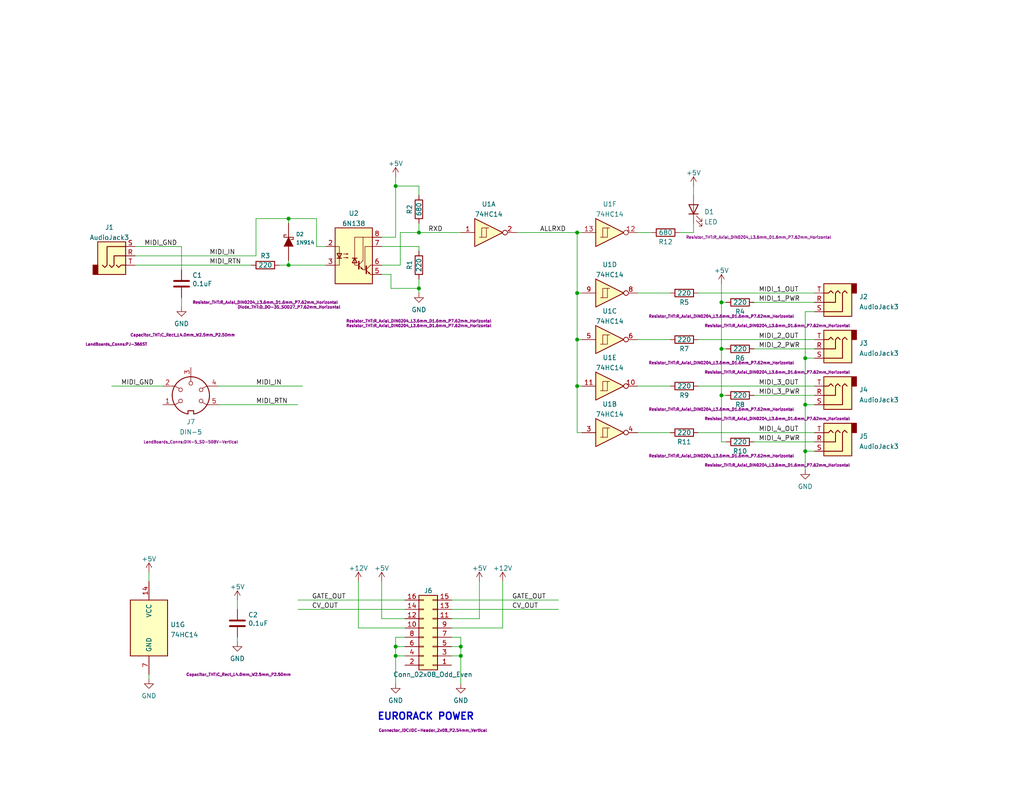
<source format=kicad_sch>
(kicad_sch (version 20211123) (generator eeschema)
  (paper "A")
  (title_block (title "MOD-MIDI-THRU") (date "2022-10-06") (rev "1"))
  (lib_symbols
    (symbol "74xx:74HC14" (pin_names (offset 1.016))
      (property "Reference" "U" (at 0 1.27 0))
      (property "Value" "74HC14" (at 0 -1.27 0))
      (symbol "74HC14_1_0"
        (polyline (pts (xy -3.81 3.81) (xy -3.81 -3.81) (xy 3.81 0) (xy -3.81 3.81)) (stroke (width 0.254)) (fill (type background)))
        (pin input line (at -7.62 0 0) (length 3.81) (name "~") (number "1"))
        (pin output inverted (at 7.62 0 180) (length 3.81) (name "~") (number "2"))
      )
      (symbol "74HC14_1_1"
        (polyline (pts (xy -1.905 -1.27) (xy -1.905 1.27) (xy -0.635 1.27)))
        (polyline (pts (xy -2.54 -1.27) (xy -0.635 -1.27) (xy -0.635 1.27) (xy 0 1.27)))
      )
      (symbol "74HC14_2_0"
        (polyline (pts (xy -3.81 3.81) (xy -3.81 -3.81) (xy 3.81 0) (xy -3.81 3.81)) (stroke (width 0.254)) (fill (type background)))
        (pin input line (at -7.62 0 0) (length 3.81) (name "~") (number "3"))
        (pin output inverted (at 7.62 0 180) (length 3.81) (name "~") (number "4"))
      )
      (symbol "74HC14_2_1"
        (polyline (pts (xy -1.905 -1.27) (xy -1.905 1.27) (xy -0.635 1.27)))
        (polyline (pts (xy -2.54 -1.27) (xy -0.635 -1.27) (xy -0.635 1.27) (xy 0 1.27)))
      )
      (symbol "74HC14_3_0"
        (polyline (pts (xy -3.81 3.81) (xy -3.81 -3.81) (xy 3.81 0) (xy -3.81 3.81)) (stroke (width 0.254)) (fill (type background)))
        (pin input line (at -7.62 0 0) (length 3.81) (name "~") (number "5"))
        (pin output inverted (at 7.62 0 180) (length 3.81) (name "~") (number "6"))
      )
      (symbol "74HC14_3_1"
        (polyline (pts (xy -1.905 -1.27) (xy -1.905 1.27) (xy -0.635 1.27)))
        (polyline (pts (xy -2.54 -1.27) (xy -0.635 -1.27) (xy -0.635 1.27) (xy 0 1.27)))
      )
      (symbol "74HC14_4_0"
        (polyline (pts (xy -3.81 3.81) (xy -3.81 -3.81) (xy 3.81 0) (xy -3.81 3.81)) (stroke (width 0.254)) (fill (type background)))
        (pin output inverted (at 7.62 0 180) (length 3.81) (name "~") (number "8"))
        (pin input line (at -7.62 0 0) (length 3.81) (name "~") (number "9"))
      )
      (symbol "74HC14_4_1"
        (polyline (pts (xy -1.905 -1.27) (xy -1.905 1.27) (xy -0.635 1.27)))
        (polyline (pts (xy -2.54 -1.27) (xy -0.635 -1.27) (xy -0.635 1.27) (xy 0 1.27)))
      )
      (symbol "74HC14_5_0"
        (polyline (pts (xy -3.81 3.81) (xy -3.81 -3.81) (xy 3.81 0) (xy -3.81 3.81)) (stroke (width 0.254)) (fill (type background)))
        (pin output inverted (at 7.62 0 180) (length 3.81) (name "~") (number "10"))
        (pin input line (at -7.62 0 0) (length 3.81) (name "~") (number "11"))
      )
      (symbol "74HC14_5_1"
        (polyline (pts (xy -1.905 -1.27) (xy -1.905 1.27) (xy -0.635 1.27)))
        (polyline (pts (xy -2.54 -1.27) (xy -0.635 -1.27) (xy -0.635 1.27) (xy 0 1.27)))
      )
      (symbol "74HC14_6_0"
        (polyline (pts (xy -3.81 3.81) (xy -3.81 -3.81) (xy 3.81 0) (xy -3.81 3.81)) (stroke (width 0.254)) (fill (type background)))
        (pin output inverted (at 7.62 0 180) (length 3.81) (name "~") (number "12"))
        (pin input line (at -7.62 0 0) (length 3.81) (name "~") (number "13"))
      )
      (symbol "74HC14_6_1"
        (polyline (pts (xy -1.905 -1.27) (xy -1.905 1.27) (xy -0.635 1.27)))
        (polyline (pts (xy -2.54 -1.27) (xy -0.635 -1.27) (xy -0.635 1.27) (xy 0 1.27)))
      )
      (symbol "74HC14_7_0"
        (pin power_in line (at 0 12.7 270) (length 5.08) (name "VCC") (number "14"))
        (pin power_in line (at 0 -12.7 90) (length 5.08) (name "GND") (number "7"))
      )
      (symbol "74HC14_7_1"
        (rectangle (start -5.08 7.62) (end 5.08 -7.62) (stroke (width 0.254)) (fill (type background)))
      )
    )
    (symbol "Connector:AudioJack3"
      (property "Reference" "J" (at 0 8.89 0))
      (property "Value" "AudioJack3" (at 0 6.35 0))
      (symbol "AudioJack3_0_1"
        (rectangle (start -5.08 -5.08) (end -6.35 -2.54) (stroke (width 0.254)) (fill (type outline)))
        (polyline (pts (xy 0 -2.54) (xy 0.635 -3.175) (xy 1.27 -2.54) (xy 2.54 -2.54)) (stroke (width 0.254)))
        (polyline (pts (xy -1.905 -2.54) (xy -1.27 -3.175) (xy -0.635 -2.54) (xy -0.635 0) (xy 2.54 0)) (stroke (width 0.254)))
        (polyline (pts (xy 2.54 2.54) (xy -2.54 2.54) (xy -2.54 -2.54) (xy -3.175 -3.175) (xy -3.81 -2.54)) (stroke (width 0.254)))
        (rectangle (start 2.54 3.81) (end -5.08 -5.08) (stroke (width 0.254)) (fill (type background)))
      )
      (symbol "AudioJack3_1_1"
        (pin passive line (at 5.08 0 180) (length 2.54) (name "~") (number "R"))
        (pin passive line (at 5.08 2.54 180) (length 2.54) (name "~") (number "S"))
        (pin passive line (at 5.08 -2.54 180) (length 2.54) (name "~") (number "T"))
      )
    )
    (symbol "Connector:DIN-5" (pin_names (offset 1.016))
      (property "Reference" "J" (at 3.175 5.715 0))
      (property "Value" "DIN-5" (at 0 -6.35 0))
      (symbol "DIN-5_0_1"
        (arc (start -5.08 0) (mid -3.8597 -3.3379) (end -0.762 -5.08) (stroke (width 0.254)))
        (circle (center -2.794 -1.524) (radius 0.508))
        (circle (center -2.794 1.524) (radius 0.508))
        (polyline (pts (xy 0 5.08) (xy 0 3.81)))
        (polyline (pts (xy -5.08 -2.54) (xy -4.318 -2.54) (xy -3.175 -1.905)))
        (polyline (pts (xy -5.08 2.54) (xy -4.318 2.54) (xy -3.175 1.905)))
        (polyline (pts (xy 5.08 -2.54) (xy 4.318 -2.54) (xy 3.175 -1.905)))
        (polyline (pts (xy 5.08 2.54) (xy 4.318 2.54) (xy 3.175 1.905)))
        (polyline (pts (xy -0.762 -4.953) (xy -0.762 -4.191) (xy 0.762 -4.191) (xy 0.762 -4.953)) (stroke (width 0.254)))
        (circle (center 0 3.302) (radius 0.508))
        (arc (start 0.762 -5.08) (mid 3.8673 -3.3444) (end 5.08 0) (stroke (width 0.254)))
        (circle (center 2.794 -1.524) (radius 0.508))
        (circle (center 2.794 1.524) (radius 0.508))
        (arc (start 5.08 0) (mid 0 5.08) (end -5.08 0) (stroke (width 0.254)))
      )
      (symbol "DIN-5_1_1"
        (pin passive line (at -7.62 -2.54 0) (length 2.54) (name "~") (number "1"))
        (pin passive line (at -7.62 2.54 0) (length 2.54) (name "~") (number "2"))
        (pin passive line (at 0 7.62 270) (length 2.54) (name "~") (number "3"))
        (pin passive line (at 7.62 2.54 180) (length 2.54) (name "~") (number "4"))
        (pin passive line (at 7.62 -2.54 180) (length 2.54) (name "~") (number "5"))
      )
    )
    (symbol "Connector_Generic:Conn_02x08_Odd_Even" (pin_names (offset 1.016) hide)
      (property "Reference" "J" (at 1.27 10.16 0))
      (property "Value" "Conn_02x08_Odd_Even" (at 1.27 -12.7 0))
      (symbol "Conn_02x08_Odd_Even_1_1"
        (rectangle (start -1.27 -10.033) (end 0 -10.287) (stroke (width 0.1524)))
        (rectangle (start -1.27 -7.493) (end 0 -7.747) (stroke (width 0.1524)))
        (rectangle (start -1.27 -4.953) (end 0 -5.207) (stroke (width 0.1524)))
        (rectangle (start -1.27 -2.413) (end 0 -2.667) (stroke (width 0.1524)))
        (rectangle (start -1.27 0.127) (end 0 -0.127) (stroke (width 0.1524)))
        (rectangle (start -1.27 2.667) (end 0 2.413) (stroke (width 0.1524)))
        (rectangle (start -1.27 5.207) (end 0 4.953) (stroke (width 0.1524)))
        (rectangle (start -1.27 7.747) (end 0 7.493) (stroke (width 0.1524)))
        (rectangle (start -1.27 8.89) (end 3.81 -11.43) (stroke (width 0.254)) (fill (type background)))
        (rectangle (start 3.81 -10.033) (end 2.54 -10.287) (stroke (width 0.1524)))
        (rectangle (start 3.81 -7.493) (end 2.54 -7.747) (stroke (width 0.1524)))
        (rectangle (start 3.81 -4.953) (end 2.54 -5.207) (stroke (width 0.1524)))
        (rectangle (start 3.81 -2.413) (end 2.54 -2.667) (stroke (width 0.1524)))
        (rectangle (start 3.81 0.127) (end 2.54 -0.127) (stroke (width 0.1524)))
        (rectangle (start 3.81 2.667) (end 2.54 2.413) (stroke (width 0.1524)))
        (rectangle (start 3.81 5.207) (end 2.54 4.953) (stroke (width 0.1524)))
        (rectangle (start 3.81 7.747) (end 2.54 7.493) (stroke (width 0.1524)))
        (pin passive line (at -5.08 7.62 0) (length 3.81) (name "Pin_1") (number "1"))
        (pin passive line (at 7.62 -2.54 180) (length 3.81) (name "Pin_10") (number "10"))
        (pin passive line (at -5.08 -5.08 0) (length 3.81) (name "Pin_11") (number "11"))
        (pin passive line (at 7.62 -5.08 180) (length 3.81) (name "Pin_12") (number "12"))
        (pin passive line (at -5.08 -7.62 0) (length 3.81) (name "Pin_13") (number "13"))
        (pin passive line (at 7.62 -7.62 180) (length 3.81) (name "Pin_14") (number "14"))
        (pin passive line (at -5.08 -10.16 0) (length 3.81) (name "Pin_15") (number "15"))
        (pin passive line (at 7.62 -10.16 180) (length 3.81) (name "Pin_16") (number "16"))
        (pin passive line (at 7.62 7.62 180) (length 3.81) (name "Pin_2") (number "2"))
        (pin passive line (at -5.08 5.08 0) (length 3.81) (name "Pin_3") (number "3"))
        (pin passive line (at 7.62 5.08 180) (length 3.81) (name "Pin_4") (number "4"))
        (pin passive line (at -5.08 2.54 0) (length 3.81) (name "Pin_5") (number "5"))
        (pin passive line (at 7.62 2.54 180) (length 3.81) (name "Pin_6") (number "6"))
        (pin passive line (at -5.08 0 0) (length 3.81) (name "Pin_7") (number "7"))
        (pin passive line (at 7.62 0 180) (length 3.81) (name "Pin_8") (number "8"))
        (pin passive line (at -5.08 -2.54 0) (length 3.81) (name "Pin_9") (number "9"))
      )
    )
    (symbol "Device:C" (pin_numbers hide) (pin_names (offset 0.254))
      (property "Reference" "C" (at 0.635 2.54 0))
      (property "Value" "C" (at 0.635 -2.54 0))
      (symbol "C_0_1"
        (polyline (pts (xy -2.032 -0.762) (xy 2.032 -0.762)) (stroke (width 0.508)))
        (polyline (pts (xy -2.032 0.762) (xy 2.032 0.762)) (stroke (width 0.508)))
      )
      (symbol "C_1_1"
        (pin passive line (at 0 3.81 270) (length 2.794) (name "~") (number "1"))
        (pin passive line (at 0 -3.81 90) (length 2.794) (name "~") (number "2"))
      )
    )
    (symbol "Device:LED" (pin_numbers hide) (pin_names (offset 1.016) hide)
      (property "Reference" "D" (at 0 2.54 0))
      (property "Value" "LED" (at 0 -2.54 0))
      (symbol "LED_0_1"
        (polyline (pts (xy -1.27 -1.27) (xy -1.27 1.27)) (stroke (width 0.254)))
        (polyline (pts (xy -1.27 0) (xy 1.27 0)))
        (polyline (pts (xy 1.27 -1.27) (xy 1.27 1.27) (xy -1.27 0) (xy 1.27 -1.27)) (stroke (width 0.254)))
        (polyline (pts (xy -3.048 -0.762) (xy -4.572 -2.286) (xy -3.81 -2.286) (xy -4.572 -2.286) (xy -4.572 -1.524)))
        (polyline (pts (xy -1.778 -0.762) (xy -3.302 -2.286) (xy -2.54 -2.286) (xy -3.302 -2.286) (xy -3.302 -1.524)))
      )
      (symbol "LED_1_1"
        (pin passive line (at -3.81 0 0) (length 2.54) (name "K") (number "1"))
        (pin passive line (at 3.81 0 180) (length 2.54) (name "A") (number "2"))
      )
    )
    (symbol "Device:R" (pin_numbers hide) (pin_names (offset 0))
      (property "Reference" "R" (at 2.032 0 90))
      (property "Value" "R" (at 0 0 90))
      (symbol "R_0_1"
        (rectangle (start -1.016 -2.54) (end 1.016 2.54) (stroke (width 0.254)))
      )
      (symbol "R_1_1"
        (pin passive line (at 0 3.81 270) (length 1.27) (name "~") (number "1"))
        (pin passive line (at 0 -3.81 90) (length 1.27) (name "~") (number "2"))
      )
    )
    (symbol "Isolator:6N138" (pin_names (offset 1.016) hide)
      (property "Reference" "U" (at -4.064 8.89 0))
      (property "Value" "6N138" (at 2.286 8.89 0))
      (symbol "6N138_0_1"
        (rectangle (start -5.08 7.62) (end 5.08 -7.62) (stroke (width 0.254)) (fill (type background)))
        (polyline (pts (xy -4.572 -0.635) (xy -3.302 -0.635)) (stroke (width 0.254)))
        (polyline (pts (xy 0.889 -0.635) (xy -0.381 -0.635)) (stroke (width 0.254)))
        (polyline (pts (xy 1.397 -2.667) (xy 2.54 -3.81)))
        (polyline (pts (xy 1.397 -2.413) (xy 2.54 -1.27)))
        (polyline (pts (xy 2.54 -3.81) (xy 3.175 -3.81)))
        (polyline (pts (xy 3.429 -3.937) (xy 4.572 -5.08)))
        (polyline (pts (xy 3.429 -3.683) (xy 4.572 -2.54)))
        (polyline (pts (xy 4.572 -5.08) (xy 5.08 -5.08)))
        (polyline (pts (xy 4.572 -2.54) (xy 5.08 -2.54)))
        (polyline (pts (xy 1.397 -1.524) (xy 1.397 -3.556) (xy 1.397 -3.556)) (stroke (width 0.3556)))
        (polyline (pts (xy 2.54 -1.27) (xy 2.54 5.08) (xy 5.08 5.08)))
        (polyline (pts (xy 3.429 -2.794) (xy 3.429 -4.826) (xy 3.429 -4.826)) (stroke (width 0.3556)))
        (polyline (pts (xy 5.08 2.54) (xy 3.048 2.54) (xy 3.048 -3.81)))
        (polyline (pts (xy -5.08 -2.54) (xy -3.937 -2.54) (xy -3.937 2.54) (xy -5.08 2.54)))
        (polyline (pts (xy -3.937 -0.635) (xy -4.572 0.635) (xy -3.302 0.635) (xy -3.937 -0.635)) (stroke (width 0.254)))
        (polyline (pts (xy 0.254 -0.635) (xy 0.889 -1.905) (xy -0.381 -1.905) (xy 0.254 -0.635)) (stroke (width 0.254)))
        (polyline (pts (xy 1.27 -2.54) (xy 0.254 -2.54) (xy 0.254 5.08) (xy 2.54 5.08)))
        (polyline (pts (xy 2.413 -3.683) (xy 2.159 -3.175) (xy 1.905 -3.429) (xy 2.413 -3.683)))
        (polyline (pts (xy 4.445 -4.953) (xy 4.191 -4.445) (xy 3.937 -4.699) (xy 4.445 -4.953)))
        (polyline (pts (xy -2.794 -0.508) (xy -1.524 -0.508) (xy -1.905 -0.635) (xy -1.905 -0.381) (xy -1.524 -0.508)))
        (polyline (pts (xy -2.794 0.508) (xy -1.524 0.508) (xy -1.905 0.381) (xy -1.905 0.635) (xy -1.524 0.508)))
      )
      (symbol "6N138_1_1"
        (pin no_connect line (at -5.08 5.08 0) (length 2.54) hide (name "NC") (number "1"))
        (pin passive line (at -7.62 2.54 0) (length 2.54) (name "C1") (number "2"))
        (pin passive line (at -7.62 -2.54 0) (length 2.54) (name "C2") (number "3"))
        (pin no_connect line (at -5.08 -5.08 0) (length 2.54) hide (name "NC") (number "4"))
        (pin passive line (at 7.62 -5.08 180) (length 2.54) (name "GND") (number "5"))
        (pin passive line (at 7.62 -2.54 180) (length 2.54) (name "VO2") (number "6"))
        (pin passive line (at 7.62 2.54 180) (length 2.54) (name "VO1") (number "7"))
        (pin passive line (at 7.62 5.08 180) (length 2.54) (name "VCC") (number "8"))
      )
    )
    (symbol "LandBoards_Semis:DIODESCH-fixed" (pin_numbers hide) (pin_names (offset 1.016) hide)
      (property "Reference" "D" (at 0 2.54 0))
      (property "Value" "DIODESCH-fixed" (at 0 -2.54 0))
      (symbol "DIODESCH-fixed_0_1"
        (polyline (pts (xy -1.27 1.27) (xy 1.27 0) (xy -1.27 -1.27)) (fill (type outline)))
        (polyline (pts (xy 1.905 0.635) (xy 1.905 1.27) (xy 1.27 1.27) (xy 1.27 -1.27) (xy 0.635 -1.27) (xy 0.635 -0.635)) (stroke (width 0.2032)))
      )
      (symbol "DIODESCH-fixed_1_1"
        (pin passive line (at 5.08 0 180) (length 3.81) (name "K") (number "1"))
        (pin passive line (at -5.08 0 0) (length 3.81) (name "A") (number "2"))
      )
    )
    (symbol "power:+12V" (power) (pin_names (offset 0))
      (property "Value" "+12V" (at 0 3.556 0))
      (symbol "+12V_0_1"
        (polyline (pts (xy -0.762 1.27) (xy 0 2.54)))
        (polyline (pts (xy 0 0) (xy 0 2.54)))
        (polyline (pts (xy 0 2.54) (xy 0.762 1.27)))
      )
      (symbol "+12V_1_1"
        (pin power_in line (at 0 0 90) (length 0) hide (name "+12V") (number "1"))
      )
    )
    (symbol "power:+5V" (power) (pin_names (offset 0))
      (property "Value" "+5V" (at 0 3.556 0))
      (symbol "+5V_0_1"
        (polyline (pts (xy -0.762 1.27) (xy 0 2.54)))
        (polyline (pts (xy 0 0) (xy 0 2.54)))
        (polyline (pts (xy 0 2.54) (xy 0.762 1.27)))
      )
      (symbol "+5V_1_1"
        (pin power_in line (at 0 0 90) (length 0) hide (name "+5V") (number "1"))
      )
    )
    (symbol "power:GND" (power) (pin_names (offset 0))
      (property "Value" "GND" (at 0 -3.81 0))
      (symbol "GND_0_1"
        (polyline (pts (xy 0 0) (xy 0 -1.27) (xy 1.27 -1.27) (xy 0 -2.54) (xy -1.27 -1.27) (xy 0 -1.27)))
      )
      (symbol "GND_1_1"
        (pin power_in line (at 0 0 270) (length 0) hide (name "GND") (number "1"))
      )
    )
  )
  (junction (at 157.48 92.71))
  (junction (at 157.48 80.01))
  (junction (at 219.71 123.19))
  (junction (at 157.48 63.5))
  (junction (at 125.73 176.53))
  (junction (at 114.3 63.5))
  (junction (at 196.85 107.95))
  (junction (at 78.74 72.39))
  (junction (at 219.71 110.49))
  (junction (at 196.85 95.25))
  (junction (at 107.95 179.07))
  (junction (at 114.3 78.74))
  (junction (at 219.71 97.79))
  (junction (at 107.95 50.8))
  (junction (at 107.95 176.53))
  (junction (at 157.48 105.41))
  (junction (at 78.74 59.69))
  (junction (at 196.85 82.55))
  (junction (at 125.73 179.07))
  (wire (pts (xy 49.53 73.66) (xy 49.53 67.31)))
  (wire (pts (xy 109.22 63.5) (xy 114.3 63.5)))
  (wire (pts (xy 125.73 173.99) (xy 125.73 176.53)))
  (wire (pts (xy 30.48 105.41) (xy 44.45 105.41)))
  (wire (pts (xy 205.74 107.95) (xy 222.25 107.95)))
  (wire (pts (xy 157.48 63.5) (xy 157.48 80.01)))
  (wire (pts (xy 182.88 92.71) (xy 173.99 92.71)))
  (wire (pts (xy 157.48 63.5) (xy 158.75 63.5)))
  (wire (pts (xy 114.3 50.8) (xy 114.3 53.34)))
  (wire (pts (xy 125.73 179.07) (xy 125.73 186.69)))
  (wire (pts (xy 97.79 158.75) (xy 97.79 171.45)))
  (wire (pts (xy 157.48 80.01) (xy 157.48 92.71)))
  (wire (pts (xy 114.3 63.5) (xy 114.3 60.96)))
  (wire (pts (xy 104.14 168.91) (xy 104.14 158.75)))
  (wire (pts (xy 130.81 168.91) (xy 130.81 158.75)))
  (wire (pts (xy 219.71 110.49) (xy 222.25 110.49)))
  (wire (pts (xy 190.5 105.41) (xy 222.25 105.41)))
  (wire (pts (xy 190.5 80.01) (xy 222.25 80.01)))
  (wire (pts (xy 196.85 82.55) (xy 198.12 82.55)))
  (wire (pts (xy 123.19 171.45) (xy 137.16 171.45)))
  (wire (pts (xy 205.74 95.25) (xy 222.25 95.25)))
  (wire (pts (xy 107.95 48.26) (xy 107.95 50.8)))
  (wire (pts (xy 123.19 179.07) (xy 125.73 179.07)))
  (wire (pts (xy 88.9 67.31) (xy 86.36 67.31)))
  (wire (pts (xy 196.85 107.95) (xy 196.85 120.65)))
  (wire (pts (xy 110.49 171.45) (xy 97.79 171.45)))
  (wire (pts (xy 196.85 107.95) (xy 198.12 107.95)))
  (wire (pts (xy 114.3 67.31) (xy 114.3 68.58)))
  (wire (pts (xy 64.77 175.26) (xy 64.77 173.99)))
  (wire (pts (xy 104.14 64.77) (xy 107.95 64.77)))
  (wire (pts (xy 114.3 78.74) (xy 114.3 80.01)))
  (wire (pts (xy 107.95 176.53) (xy 110.49 176.53)))
  (wire (pts (xy 219.71 97.79) (xy 219.71 110.49)))
  (wire (pts (xy 157.48 105.41) (xy 157.48 118.11)))
  (wire (pts (xy 190.5 92.71) (xy 222.25 92.71)))
  (wire (pts (xy 222.25 85.09) (xy 219.71 85.09)))
  (wire (pts (xy 205.74 120.65) (xy 222.25 120.65)))
  (wire (pts (xy 69.85 69.85) (xy 36.83 69.85)))
  (wire (pts (xy 78.74 59.69) (xy 78.74 60.96)))
  (wire (pts (xy 107.95 179.07) (xy 110.49 179.07)))
  (wire (pts (xy 104.14 72.39) (xy 109.22 72.39)))
  (wire (pts (xy 219.71 110.49) (xy 219.71 123.19)))
  (wire (pts (xy 196.85 77.47) (xy 196.85 82.55)))
  (wire (pts (xy 123.19 176.53) (xy 125.73 176.53)))
  (wire (pts (xy 196.85 120.65) (xy 198.12 120.65)))
  (wire (pts (xy 107.95 64.77) (xy 107.95 50.8)))
  (wire (pts (xy 114.3 63.5) (xy 125.73 63.5)))
  (wire (pts (xy 49.53 83.82) (xy 49.53 81.28)))
  (wire (pts (xy 157.48 105.41) (xy 158.75 105.41)))
  (wire (pts (xy 196.85 95.25) (xy 198.12 95.25)))
  (wire (pts (xy 196.85 82.55) (xy 196.85 95.25)))
  (wire (pts (xy 219.71 123.19) (xy 219.71 128.27)))
  (wire (pts (xy 110.49 173.99) (xy 107.95 173.99)))
  (wire (pts (xy 36.83 72.39) (xy 68.58 72.39)))
  (wire (pts (xy 64.77 163.83) (xy 64.77 166.37)))
  (wire (pts (xy 78.74 72.39) (xy 88.9 72.39)))
  (wire (pts (xy 189.23 63.5) (xy 189.23 60.96)))
  (wire (pts (xy 123.19 163.83) (xy 152.4 163.83)))
  (wire (pts (xy 219.71 85.09) (xy 219.71 97.79)))
  (wire (pts (xy 137.16 158.75) (xy 137.16 171.45)))
  (wire (pts (xy 205.74 82.55) (xy 222.25 82.55)))
  (wire (pts (xy 107.95 173.99) (xy 107.95 176.53)))
  (wire (pts (xy 110.49 168.91) (xy 104.14 168.91)))
  (wire (pts (xy 104.14 74.93) (xy 106.68 74.93)))
  (wire (pts (xy 86.36 59.69) (xy 78.74 59.69)))
  (wire (pts (xy 185.42 63.5) (xy 189.23 63.5)))
  (wire (pts (xy 40.64 185.42) (xy 40.64 184.15)))
  (wire (pts (xy 140.97 63.5) (xy 157.48 63.5)))
  (wire (pts (xy 157.48 80.01) (xy 158.75 80.01)))
  (wire (pts (xy 173.99 80.01) (xy 182.88 80.01)))
  (wire (pts (xy 123.19 166.37) (xy 152.4 166.37)))
  (wire (pts (xy 182.88 105.41) (xy 173.99 105.41)))
  (wire (pts (xy 114.3 78.74) (xy 114.3 76.2)))
  (wire (pts (xy 123.19 168.91) (xy 130.81 168.91)))
  (wire (pts (xy 106.68 74.93) (xy 106.68 78.74)))
  (wire (pts (xy 219.71 123.19) (xy 222.25 123.19)))
  (wire (pts (xy 157.48 92.71) (xy 157.48 105.41)))
  (wire (pts (xy 40.64 156.21) (xy 40.64 158.75)))
  (wire (pts (xy 86.36 67.31) (xy 86.36 59.69)))
  (wire (pts (xy 182.88 118.11) (xy 173.99 118.11)))
  (wire (pts (xy 109.22 72.39) (xy 109.22 63.5)))
  (wire (pts (xy 125.73 176.53) (xy 125.73 179.07)))
  (wire (pts (xy 69.85 59.69) (xy 69.85 69.85)))
  (wire (pts (xy 196.85 95.25) (xy 196.85 107.95)))
  (wire (pts (xy 107.95 50.8) (xy 114.3 50.8)))
  (wire (pts (xy 189.23 53.34) (xy 189.23 50.8)))
  (wire (pts (xy 157.48 92.71) (xy 158.75 92.71)))
  (wire (pts (xy 123.19 173.99) (xy 125.73 173.99)))
  (wire (pts (xy 190.5 118.11) (xy 222.25 118.11)))
  (wire (pts (xy 157.48 118.11) (xy 158.75 118.11)))
  (wire (pts (xy 81.28 166.37) (xy 110.49 166.37)))
  (wire (pts (xy 81.28 163.83) (xy 110.49 163.83)))
  (wire (pts (xy 107.95 179.07) (xy 107.95 186.69)))
  (wire (pts (xy 36.83 67.31) (xy 49.53 67.31)))
  (wire (pts (xy 78.74 59.69) (xy 69.85 59.69)))
  (wire (pts (xy 106.68 78.74) (xy 114.3 78.74)))
  (wire (pts (xy 78.74 71.12) (xy 78.74 72.39)))
  (wire (pts (xy 82.55 105.41) (xy 59.69 105.41)))
  (wire (pts (xy 219.71 97.79) (xy 222.25 97.79)))
  (wire (pts (xy 59.69 110.49) (xy 81.28 110.49)))
  (wire (pts (xy 173.99 63.5) (xy 177.8 63.5)))
  (wire (pts (xy 104.14 67.31) (xy 114.3 67.31)))
  (wire (pts (xy 107.95 176.53) (xy 107.95 179.07)))
  (wire (pts (xy 76.2 72.39) (xy 78.74 72.39)))
  (text "EURORACK POWER" (at 102.87 196.85 0) (effects (font (size 1.905 1.905) (thickness 0.381) bold) (justify left bottom)))
  (label "CV_OUT" (at 139.7 166.37 0))
  (label "MIDI_IN" (at 69.85 105.41 0))
  (label "MIDI_2_OUT" (at 207.01 92.71 0))
  (label "MIDI_3_OUT" (at 207.01 105.41 0))
  (label "MIDI_1_OUT" (at 207.01 80.01 0))
  (label "MIDI_4_OUT" (at 207.01 118.11 0))
  (label "MIDI_IN" (at 57.15 69.85 0))
  (label "MIDI_4_PWR" (at 207.01 120.65 0))
  (label "RXD" (at 116.84 63.5 0))
  (label "GATE_OUT" (at 139.7 163.83 0))
  (label "ALLRXD" (at 147.32 63.5 0))
  (label "MIDI_1_PWR" (at 207.01 82.55 0))
  (label "MIDI_RTN" (at 69.85 110.49 0))
  (label "CV_OUT" (at 85.09 166.37 0))
  (label "MIDI_2_PWR" (at 207.01 95.25 0))
  (label "MIDI_GND" (at 39.37 67.31 0))
  (label "MIDI_RTN" (at 57.15 72.39 0))
  (label "GATE_OUT" (at 85.09 163.83 0))
  (label "MIDI_GND" (at 33.02 105.41 0))
  (label "MIDI_3_PWR" (at 207.01 107.95 0))
  (symbol (lib_id "power:GND") (at 219.71 128.27 0) (unit 1)
    (property "Reference" "#PWR0107" (effects hide))
    (property "Value" "GND" (at 219.71 132.8325 0))
  )
  (symbol (lib_id "power:GND") (at 125.73 186.69 0) (unit 1)
    (property "Reference" "#PWR0115" (effects hide))
    (property "Value" "GND" (at 125.73 191.2525 0))
  )
  (symbol (lib_id "Connector:AudioJack3") (at 227.33 107.95 180) (unit 1)
    (property "Reference" "J4" (at 234.442 106.4065 0) (effects (justify right)))
    (property "Value" "AudioJack3" (at 234.442 109.1816 0) (effects (justify right)))
    (property "Footprint" "LandBoards_Conns:PJ-366ST" (effects hide))
  )
  (symbol (lib_id "Device:R") (at 201.93 107.95 90) (unit 1)
    (property "Reference" "R8" (at 201.93 110.49 90))
    (property "Value" "220" (at 201.93 107.95 90))
    (property "Footprint" "Resistor_THT:R_Axial_DIN0204_L3.6mm_D1.6mm_P7.62mm_Horizontal" (at 212.09 114.3 90) (effects (font (size 0.762 0.762))))
    (property "Datasheet" "https://www.mouser.com/ProductDetail/Xicon/299-33K-RC?qs=33VvRrBYlfL73DHymUL5Hg%3D%3D" (effects hide))
  )
  (symbol (lib_id "power:+5V") (at 189.23 50.8 0) (unit 1)
    (property "Reference" "#PWR0103" (effects hide))
    (property "Value" "+5V" (at 189.23 47.1955 0))
  )
  (symbol (lib_id "74xx:74HC14") (at 166.37 92.71 0) (unit 3)
    (property "Reference" "U1" (at 166.37 84.9335 0))
    (property "Value" "74HC14" (at 166.37 87.7086 0))
    (property "Footprint" "Package_DIP:DIP-14_W7.62mm_LongPads" (effects hide))
    (property "Datasheet" "http://www.ti.com/lit/gpn/sn74HC14" (effects hide))
  )
  (symbol (lib_id "74xx:74HC14") (at 166.37 63.5 0) (unit 6)
    (property "Reference" "U1" (at 166.37 55.7235 0))
    (property "Value" "74HC14" (at 166.37 58.4986 0))
    (property "Footprint" "Package_DIP:DIP-14_W7.62mm_LongPads" (effects hide))
    (property "Datasheet" "http://www.ti.com/lit/gpn/sn74HC14" (effects hide))
  )
  (symbol (lib_id "74xx:74HC14") (at 166.37 118.11 0) (unit 2)
    (property "Reference" "U1" (at 166.37 110.3335 0))
    (property "Value" "74HC14" (at 166.37 113.1086 0))
    (property "Footprint" "Package_DIP:DIP-14_W7.62mm_LongPads" (effects hide))
    (property "Datasheet" "http://www.ti.com/lit/gpn/sn74HC14" (effects hide))
  )
  (symbol (lib_id "power:+5V") (at 104.14 158.75 0) (unit 1)
    (property "Reference" "#PWR0111" (effects hide))
    (property "Value" "+5V" (at 104.14 155.1455 0))
  )
  (symbol (lib_id "Device:R") (at 186.69 80.01 90) (unit 1)
    (property "Reference" "R5" (at 186.69 82.55 90))
    (property "Value" "220" (at 186.69 80.01 90))
    (property "Footprint" "Resistor_THT:R_Axial_DIN0204_L3.6mm_D1.6mm_P7.62mm_Horizontal" (at 196.85 86.36 90) (effects (font (size 0.762 0.762))))
    (property "Datasheet" "https://www.mouser.com/ProductDetail/Xicon/299-33K-RC?qs=33VvRrBYlfL73DHymUL5Hg%3D%3D" (effects hide))
  )
  (symbol (lib_id "Device:R") (at 186.69 118.11 90) (unit 1)
    (property "Reference" "R11" (at 186.69 120.65 90))
    (property "Value" "220" (at 186.69 118.11 90))
    (property "Footprint" "Resistor_THT:R_Axial_DIN0204_L3.6mm_D1.6mm_P7.62mm_Horizontal" (at 196.85 124.46 90) (effects (font (size 0.762 0.762))))
    (property "Datasheet" "https://www.mouser.com/ProductDetail/Xicon/299-33K-RC?qs=33VvRrBYlfL73DHymUL5Hg%3D%3D" (effects hide))
  )
  (symbol (lib_id "power:+5V") (at 40.64 156.21 0) (unit 1)
    (property "Reference" "#PWR0101" (effects hide))
    (property "Value" "+5V" (at 40.64 152.6055 0))
  )
  (symbol (lib_id "Connector:AudioJack3") (at 227.33 82.55 180) (unit 1)
    (property "Reference" "J2" (at 234.442 81.0065 0) (effects (justify right)))
    (property "Value" "AudioJack3" (at 234.442 83.7816 0) (effects (justify right)))
    (property "Footprint" "LandBoards_Conns:PJ-366ST" (effects hide))
  )
  (symbol (lib_id "Device:R") (at 201.93 95.25 90) (unit 1)
    (property "Reference" "R6" (at 201.93 97.79 90))
    (property "Value" "220" (at 201.93 95.25 90))
    (property "Footprint" "Resistor_THT:R_Axial_DIN0204_L3.6mm_D1.6mm_P7.62mm_Horizontal" (at 212.09 101.6 90) (effects (font (size 0.762 0.762))))
    (property "Datasheet" "https://www.mouser.com/ProductDetail/Xicon/299-33K-RC?qs=33VvRrBYlfL73DHymUL5Hg%3D%3D" (effects hide))
  )
  (symbol (lib_id "Device:R") (at 114.3 72.39 0) (unit 1)
    (property "Reference" "R1" (at 111.76 72.39 90))
    (property "Value" "220" (at 114.3 72.39 90))
    (property "Footprint" "Resistor_THT:R_Axial_DIN0204_L3.6mm_D1.6mm_P7.62mm_Horizontal" (at 114.3 87.63 0) (effects (font (size 0.762 0.762))))
    (property "Datasheet" "https://www.mouser.com/ProductDetail/Xicon/299-33K-RC?qs=33VvRrBYlfL73DHymUL5Hg%3D%3D" (effects hide))
  )
  (symbol (lib_id "power:+5V") (at 64.77 163.83 0) (unit 1)
    (property "Reference" "#PWR0109" (effects hide))
    (property "Value" "+5V" (at 64.77 160.2255 0))
  )
  (symbol (lib_id "power:GND") (at 64.77 175.26 0) (unit 1)
    (property "Reference" "#PWR0108" (effects hide))
    (property "Value" "GND" (at 64.77 179.8225 0))
  )
  (symbol (lib_id "Connector_Generic:Conn_02x08_Odd_Even") (at 118.11 173.99 180) (unit 1)
    (property "Reference" "J6" (at 116.84 161.29 0))
    (property "Value" "Conn_02x08_Odd_Even" (at 118.11 184.15 0))
    (property "Footprint" "Connector_IDC:IDC-Header_2x08_P2.54mm_Vertical" (at 118.11 199.39 0) (effects (font (size 0.762 0.762) bold)))
  )
  (symbol (lib_id "Device:R") (at 186.69 92.71 90) (unit 1)
    (property "Reference" "R7" (at 186.69 95.25 90))
    (property "Value" "220" (at 186.69 92.71 90))
    (property "Footprint" "Resistor_THT:R_Axial_DIN0204_L3.6mm_D1.6mm_P7.62mm_Horizontal" (at 196.85 99.06 90) (effects (font (size 0.762 0.762))))
    (property "Datasheet" "https://www.mouser.com/ProductDetail/Xicon/299-33K-RC?qs=33VvRrBYlfL73DHymUL5Hg%3D%3D" (effects hide))
  )
  (symbol (lib_id "power:+5V") (at 130.81 158.75 0) (unit 1)
    (property "Reference" "#PWR0106" (effects hide))
    (property "Value" "+5V" (at 130.81 155.1455 0))
  )
  (symbol (lib_id "74xx:74HC14") (at 166.37 80.01 0) (unit 4)
    (property "Reference" "U1" (at 166.37 72.2335 0))
    (property "Value" "74HC14" (at 166.37 75.0086 0))
    (property "Footprint" "Package_DIP:DIP-14_W7.62mm_LongPads" (effects hide))
    (property "Datasheet" "http://www.ti.com/lit/gpn/sn74HC14" (effects hide))
  )
  (symbol (lib_id "Device:R") (at 181.61 63.5 90) (unit 1)
    (property "Reference" "R12" (at 181.61 66.04 90))
    (property "Value" "680" (at 181.61 63.5 90))
    (property "Footprint" "Resistor_THT:R_Axial_DIN0204_L3.6mm_D1.6mm_P7.62mm_Horizontal" (at 207.01 64.77 90) (effects (font (size 0.762 0.762))))
    (property "Datasheet" "https://www.mouser.com/ProductDetail/Xicon/299-33K-RC?qs=33VvRrBYlfL73DHymUL5Hg%3D%3D" (effects hide))
  )
  (symbol (lib_id "Device:R") (at 72.39 72.39 270) (unit 1)
    (property "Reference" "R3" (at 72.39 69.85 90))
    (property "Value" "220" (at 72.39 72.39 90))
    (property "Footprint" "Resistor_THT:R_Axial_DIN0204_L3.6mm_D1.6mm_P7.62mm_Horizontal" (at 72.39 82.55 90) (effects (font (size 0.762 0.762))))
    (property "Datasheet" "https://www.mouser.com/ProductDetail/Xicon/299-33K-RC?qs=33VvRrBYlfL73DHymUL5Hg%3D%3D" (effects hide))
  )
  (symbol (lib_id "74xx:74HC14") (at 133.35 63.5 0) (unit 1)
    (property "Reference" "U1" (at 133.35 55.7235 0))
    (property "Value" "74HC14" (at 133.35 58.4986 0))
    (property "Footprint" "Package_DIP:DIP-14_W7.62mm_LongPads" (effects hide))
    (property "Datasheet" "http://www.ti.com/lit/gpn/sn74HC14" (effects hide))
  )
  (symbol (lib_id "LandBoards_Semis:DIODESCH-fixed") (at 78.74 66.04 90) (unit 1)
    (property "Reference" "D2" (at 80.7466 63.9404 90) (effects (font (size 1.016 1.016)) (justify right)))
    (property "Value" "1N914" (at 80.7466 66.2112 90) (effects (font (size 1.016 1.016)) (justify right)))
    (property "Footprint" "Diode_THT:D_DO-35_SOD27_P7.62mm_Horizontal" (at 64.77 83.82 90) (effects (font (size 0.762 0.762)) (justify right)))
  )
  (symbol (lib_id "Device:R") (at 186.69 105.41 90) (unit 1)
    (property "Reference" "R9" (at 186.69 107.95 90))
    (property "Value" "220" (at 186.69 105.41 90))
    (property "Footprint" "Resistor_THT:R_Axial_DIN0204_L3.6mm_D1.6mm_P7.62mm_Horizontal" (at 196.85 111.76 90) (effects (font (size 0.762 0.762))))
    (property "Datasheet" "https://www.mouser.com/ProductDetail/Xicon/299-33K-RC?qs=33VvRrBYlfL73DHymUL5Hg%3D%3D" (effects hide))
  )
  (symbol (lib_id "74xx:74HC14") (at 166.37 105.41 0) (unit 5)
    (property "Reference" "U1" (at 166.37 97.6335 0))
    (property "Value" "74HC14" (at 166.37 100.4086 0))
    (property "Footprint" "Package_DIP:DIP-14_W7.62mm_LongPads" (effects hide))
    (property "Datasheet" "http://www.ti.com/lit/gpn/sn74HC14" (effects hide))
  )
  (symbol (lib_id "Connector:DIN-5") (at 52.07 107.95 0) (unit 1)
    (property "Reference" "J7" (at 52.0701 115.1795 0))
    (property "Value" "DIN-5" (at 52.0701 117.9546 0))
    (property "Footprint" "LandBoards_Conns:DIN-5_SD-50BV-Vertical" (at 52.07 120.65 0) (effects (font (size 0.762 0.762))))
  )
  (symbol (lib_id "74xx:74HC14") (at 40.64 171.45 0) (unit 7)
    (property "Reference" "U1" (at 46.482 170.5415 0) (effects (justify left)))
    (property "Value" "74HC14" (at 46.482 173.3166 0) (effects (justify left)))
    (property "Footprint" "Package_DIP:DIP-14_W7.62mm_LongPads" (effects hide))
    (property "Datasheet" "http://www.ti.com/lit/gpn/sn74HC14" (effects hide))
  )
  (symbol (lib_id "Connector:AudioJack3") (at 31.75 69.85 0) (unit 1)
    (property "Reference" "J1" (at 29.845 62.0735 0))
    (property "Value" "AudioJack3" (at 29.845 64.8486 0))
    (property "Footprint" "LandBoards_Conns:PJ-366ST" (at 31.75 93.98 0) (effects (font (size 0.762 0.762))))
  )
  (symbol (lib_id "power:GND") (at 49.53 83.82 0) (unit 1)
    (property "Reference" "#PWR0110" (effects hide))
    (property "Value" "GND" (at 49.53 88.3825 0))
  )
  (symbol (lib_id "Isolator:6N138") (at 96.52 69.85 0) (unit 1)
    (property "Reference" "U2" (at 96.52 58.2635 0))
    (property "Value" "6N138" (at 96.52 61.0386 0))
    (property "Footprint" "Package_DIP:DIP-8_W7.62mm_Socket_LongPads" (effects hide))
    (property "Datasheet" "http://www.onsemi.com/pub/Collateral/HCPL2731-D.pdf" (effects hide))
  )
  (symbol (lib_id "power:+12V") (at 97.79 158.75 0) (unit 1)
    (property "Reference" "#PWR0112" (effects hide))
    (property "Value" "+12V" (at 97.79 155.1455 0))
  )
  (symbol (lib_id "Device:R") (at 201.93 120.65 90) (unit 1)
    (property "Reference" "R10" (at 201.93 123.19 90))
    (property "Value" "220" (at 201.93 120.65 90))
    (property "Footprint" "Resistor_THT:R_Axial_DIN0204_L3.6mm_D1.6mm_P7.62mm_Horizontal" (at 212.09 127 90) (effects (font (size 0.762 0.762))))
    (property "Datasheet" "https://www.mouser.com/ProductDetail/Xicon/299-33K-RC?qs=33VvRrBYlfL73DHymUL5Hg%3D%3D" (effects hide))
  )
  (symbol (lib_id "Device:C") (at 64.77 170.18 0) (unit 1)
    (property "Reference" "C2" (at 67.691 167.8686 0) (effects (justify left)))
    (property "Value" "0.1uF" (at 67.691 170.18 0) (effects (justify left)))
    (property "Footprint" "Capacitor_THT:C_Rect_L4.0mm_W2.5mm_P2.50mm" (at 50.8 184.15 0) (effects (font (size 0.762 0.762)) (justify left)))
    (property "Datasheet" "https://www.mouser.com/ProductDetail/594-K103K10X7RF53L2" (effects hide))
  )
  (symbol (lib_id "power:+12V") (at 137.16 158.75 0) (unit 1)
    (property "Reference" "#PWR0105" (effects hide))
    (property "Value" "+12V" (at 137.16 155.1455 0))
  )
  (symbol (lib_id "Connector:AudioJack3") (at 227.33 95.25 180) (unit 1)
    (property "Reference" "J3" (at 234.442 93.7065 0) (effects (justify right)))
    (property "Value" "AudioJack3" (at 234.442 96.4816 0) (effects (justify right)))
    (property "Footprint" "LandBoards_Conns:PJ-366ST" (effects hide))
  )
  (symbol (lib_id "Device:R") (at 114.3 57.15 0) (unit 1)
    (property "Reference" "R2" (at 111.76 57.15 90))
    (property "Value" "680" (at 114.3 57.15 90))
    (property "Footprint" "Resistor_THT:R_Axial_DIN0204_L3.6mm_D1.6mm_P7.62mm_Horizontal" (at 114.3 88.9 0) (effects (font (size 0.762 0.762))))
    (property "Datasheet" "https://www.mouser.com/ProductDetail/Xicon/299-33K-RC?qs=33VvRrBYlfL73DHymUL5Hg%3D%3D" (effects hide))
  )
  (symbol (lib_id "power:GND") (at 40.64 185.42 0) (unit 1)
    (property "Reference" "#PWR0102" (effects hide))
    (property "Value" "GND" (at 40.64 189.9825 0))
  )
  (symbol (lib_id "Device:C") (at 49.53 77.47 0) (unit 1)
    (property "Reference" "C1" (at 52.451 75.1586 0) (effects (justify left)))
    (property "Value" "0.1uF" (at 52.451 77.47 0) (effects (justify left)))
    (property "Footprint" "Capacitor_THT:C_Rect_L4.0mm_W2.5mm_P2.50mm" (at 35.56 91.44 0) (effects (font (size 0.762 0.762)) (justify left)))
    (property "Datasheet" "https://www.mouser.com/ProductDetail/594-K103K10X7RF53L2" (effects hide))
  )
  (symbol (lib_id "power:+5V") (at 107.95 48.26 0) (unit 1)
    (property "Reference" "#PWR0113" (effects hide))
    (property "Value" "+5V" (at 107.95 44.6555 0))
  )
  (symbol (lib_id "power:GND") (at 114.3 80.01 0) (unit 1)
    (property "Reference" "#PWR0114" (effects hide))
    (property "Value" "GND" (at 114.3 84.5725 0))
  )
  (symbol (lib_id "power:+5V") (at 196.85 77.47 0) (unit 1)
    (property "Reference" "#PWR0104" (effects hide))
    (property "Value" "+5V" (at 196.85 73.8655 0))
  )
  (symbol (lib_id "power:GND") (at 107.95 186.69 0) (unit 1)
    (property "Reference" "#PWR0116" (effects hide))
    (property "Value" "GND" (at 107.95 191.2525 0))
  )
  (symbol (lib_id "Connector:AudioJack3") (at 227.33 120.65 180) (unit 1)
    (property "Reference" "J5" (at 234.442 119.1065 0) (effects (justify right)))
    (property "Value" "AudioJack3" (at 234.442 121.8816 0) (effects (justify right)))
    (property "Footprint" "LandBoards_Conns:PJ-366ST" (effects hide))
  )
  (symbol (lib_id "Device:R") (at 201.93 82.55 90) (unit 1)
    (property "Reference" "R4" (at 201.93 85.09 90))
    (property "Value" "220" (at 201.93 82.55 90))
    (property "Footprint" "Resistor_THT:R_Axial_DIN0204_L3.6mm_D1.6mm_P7.62mm_Horizontal" (at 212.09 88.9 90) (effects (font (size 0.762 0.762))))
    (property "Datasheet" "https://www.mouser.com/ProductDetail/Xicon/299-33K-RC?qs=33VvRrBYlfL73DHymUL5Hg%3D%3D" (effects hide))
  )
  (symbol (lib_id "Device:LED") (at 189.23 57.15 90) (unit 1)
    (property "Reference" "D1" (at 192.151 57.829 90) (effects (justify right)))
    (property "Value" "LED" (at 192.151 60.6041 90) (effects (justify right)))
    (property "Footprint" "LED_THT:LED_D5.0mm" (effects hide))
  )
)
</source>
